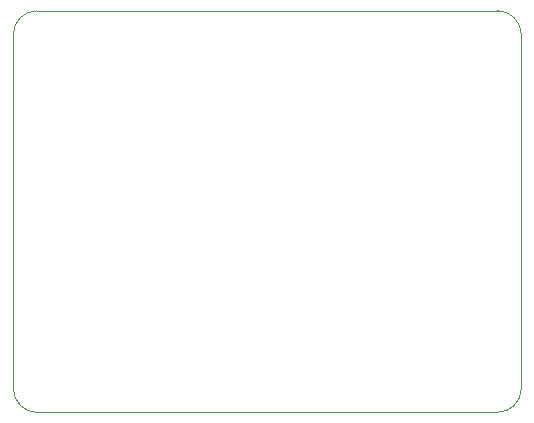
<source format=gbr>
%TF.GenerationSoftware,KiCad,Pcbnew,(6.0.1)*%
%TF.CreationDate,2023-01-19T10:52:25+01:00*%
%TF.ProjectId,swd-jlink-adapter,7377642d-6a6c-4696-9e6b-2d6164617074,rev?*%
%TF.SameCoordinates,Original*%
%TF.FileFunction,Profile,NP*%
%FSLAX46Y46*%
G04 Gerber Fmt 4.6, Leading zero omitted, Abs format (unit mm)*
G04 Created by KiCad (PCBNEW (6.0.1)) date 2023-01-19 10:52:25*
%MOMM*%
%LPD*%
G01*
G04 APERTURE LIST*
%TA.AperFunction,Profile*%
%ADD10C,0.100000*%
%TD*%
G04 APERTURE END LIST*
D10*
X170500000Y-70000000D02*
G75*
G03*
X168500000Y-68000000I-1999999J1D01*
G01*
X168500000Y-102000000D02*
G75*
G03*
X170500000Y-100000000I1J1999999D01*
G01*
X127500000Y-100000000D02*
G75*
G03*
X129500000Y-102000000I1999999J-1D01*
G01*
X129500000Y-68000000D02*
X168500000Y-68000000D01*
X129500000Y-68000000D02*
G75*
G03*
X127500000Y-70000000I-1J-1999999D01*
G01*
X168500000Y-102000000D02*
X129500000Y-102000000D01*
X127500000Y-100000000D02*
X127500000Y-70000000D01*
X170500000Y-70000000D02*
X170500000Y-100000000D01*
M02*

</source>
